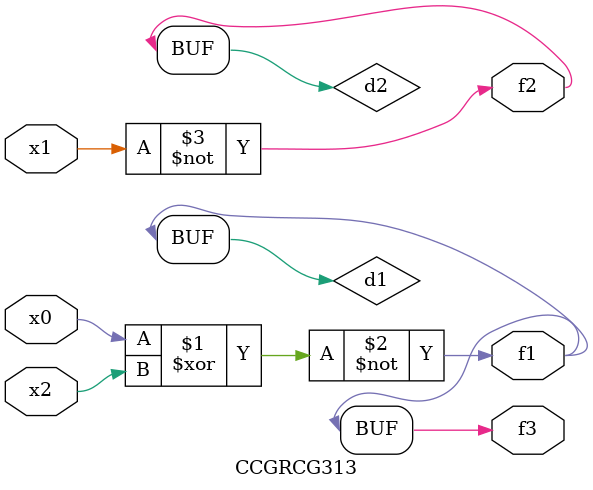
<source format=v>
module CCGRCG313(
	input x0, x1, x2,
	output f1, f2, f3
);

	wire d1, d2, d3;

	xnor (d1, x0, x2);
	nand (d2, x1);
	nor (d3, x1, x2);
	assign f1 = d1;
	assign f2 = d2;
	assign f3 = d1;
endmodule

</source>
